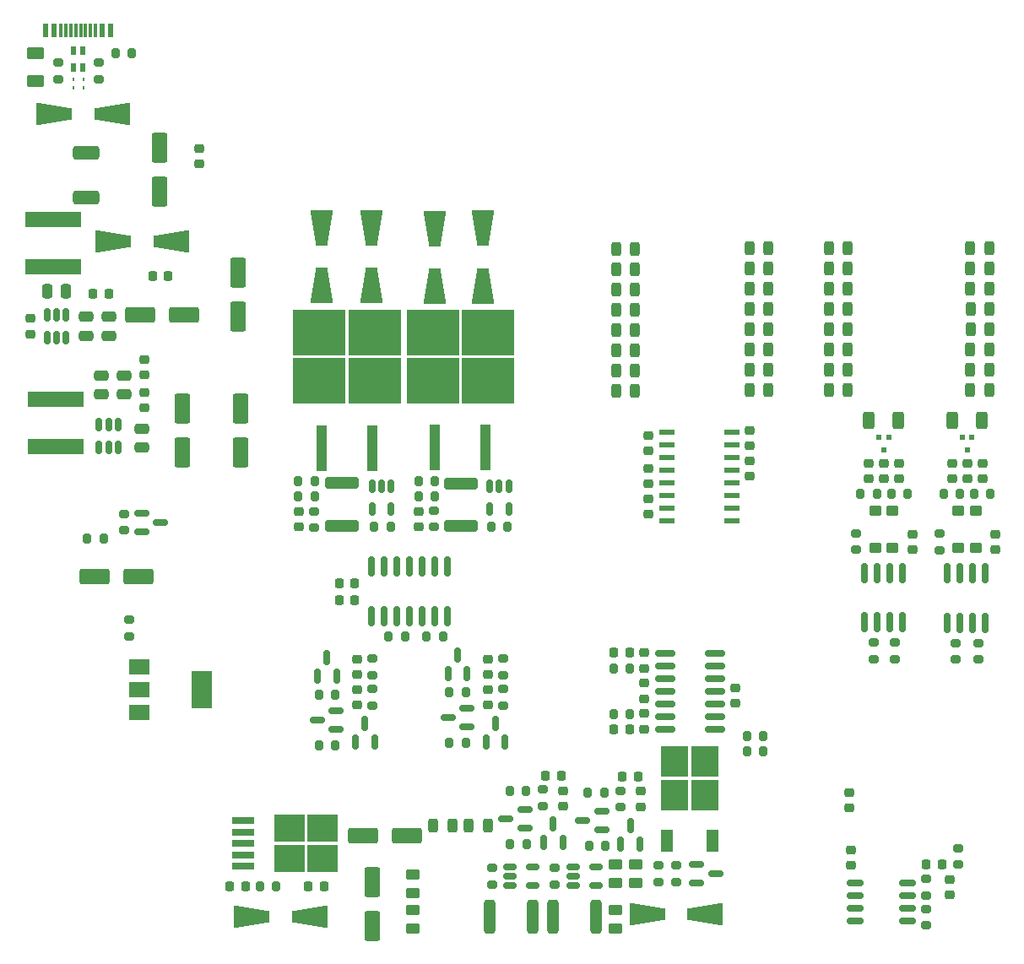
<source format=gbr>
%TF.GenerationSoftware,KiCad,Pcbnew,(6.0.5)*%
%TF.CreationDate,2022-06-26T15:42:30+08:00*%
%TF.ProjectId,lkt100a1,6c6b7431-3030-4613-912e-6b696361645f,rev?*%
%TF.SameCoordinates,Original*%
%TF.FileFunction,Paste,Top*%
%TF.FilePolarity,Positive*%
%FSLAX46Y46*%
G04 Gerber Fmt 4.6, Leading zero omitted, Abs format (unit mm)*
G04 Created by KiCad (PCBNEW (6.0.5)) date 2022-06-26 15:42:30*
%MOMM*%
%LPD*%
G01*
G04 APERTURE LIST*
G04 Aperture macros list*
%AMRoundRect*
0 Rectangle with rounded corners*
0 $1 Rounding radius*
0 $2 $3 $4 $5 $6 $7 $8 $9 X,Y pos of 4 corners*
0 Add a 4 corners polygon primitive as box body*
4,1,4,$2,$3,$4,$5,$6,$7,$8,$9,$2,$3,0*
0 Add four circle primitives for the rounded corners*
1,1,$1+$1,$2,$3*
1,1,$1+$1,$4,$5*
1,1,$1+$1,$6,$7*
1,1,$1+$1,$8,$9*
0 Add four rect primitives between the rounded corners*
20,1,$1+$1,$2,$3,$4,$5,0*
20,1,$1+$1,$4,$5,$6,$7,0*
20,1,$1+$1,$6,$7,$8,$9,0*
20,1,$1+$1,$8,$9,$2,$3,0*%
%AMOutline4P*
0 Free polygon, 4 corners , with rotation*
0 The origin of the aperture is its center*
0 number of corners: always 4*
0 $1 to $8 corner X, Y*
0 $9 Rotation angle, in degrees counterclockwise*
0 create outline with 4 corners*
4,1,4,$1,$2,$3,$4,$5,$6,$7,$8,$1,$2,$9*%
G04 Aperture macros list end*
%ADD10RoundRect,0.243750X-0.243750X-0.456250X0.243750X-0.456250X0.243750X0.456250X-0.243750X0.456250X0*%
%ADD11RoundRect,0.200000X-0.200000X-0.275000X0.200000X-0.275000X0.200000X0.275000X-0.200000X0.275000X0*%
%ADD12R,5.250000X4.550000*%
%ADD13R,1.100000X4.600000*%
%ADD14RoundRect,0.150000X0.587500X0.150000X-0.587500X0.150000X-0.587500X-0.150000X0.587500X-0.150000X0*%
%ADD15RoundRect,0.225000X0.250000X-0.225000X0.250000X0.225000X-0.250000X0.225000X-0.250000X-0.225000X0*%
%ADD16R,0.600000X1.450000*%
%ADD17R,0.300000X1.450000*%
%ADD18RoundRect,0.225000X-0.225000X-0.250000X0.225000X-0.250000X0.225000X0.250000X-0.225000X0.250000X0*%
%ADD19RoundRect,0.200000X-0.275000X0.200000X-0.275000X-0.200000X0.275000X-0.200000X0.275000X0.200000X0*%
%ADD20RoundRect,0.225000X-0.250000X0.225000X-0.250000X-0.225000X0.250000X-0.225000X0.250000X0.225000X0*%
%ADD21Outline4P,-1.800000X-1.150000X1.800000X-0.550000X1.800000X0.550000X-1.800000X1.150000X180.000000*%
%ADD22Outline4P,-1.800000X-1.150000X1.800000X-0.550000X1.800000X0.550000X-1.800000X1.150000X0.000000*%
%ADD23RoundRect,0.225000X0.225000X0.250000X-0.225000X0.250000X-0.225000X-0.250000X0.225000X-0.250000X0*%
%ADD24RoundRect,0.250000X-0.450000X0.262500X-0.450000X-0.262500X0.450000X-0.262500X0.450000X0.262500X0*%
%ADD25RoundRect,0.250000X0.475000X-0.250000X0.475000X0.250000X-0.475000X0.250000X-0.475000X-0.250000X0*%
%ADD26RoundRect,0.025500X-0.229500X-0.354500X0.229500X-0.354500X0.229500X0.354500X-0.229500X0.354500X0*%
%ADD27RoundRect,0.250000X1.450000X-0.312500X1.450000X0.312500X-1.450000X0.312500X-1.450000X-0.312500X0*%
%ADD28RoundRect,0.250000X-1.250000X-0.550000X1.250000X-0.550000X1.250000X0.550000X-1.250000X0.550000X0*%
%ADD29R,0.250000X0.360000*%
%ADD30RoundRect,0.150000X0.150000X-0.825000X0.150000X0.825000X-0.150000X0.825000X-0.150000X-0.825000X0*%
%ADD31RoundRect,0.250000X-0.550000X1.250000X-0.550000X-1.250000X0.550000X-1.250000X0.550000X1.250000X0*%
%ADD32RoundRect,0.200000X0.200000X0.275000X-0.200000X0.275000X-0.200000X-0.275000X0.200000X-0.275000X0*%
%ADD33RoundRect,0.150000X0.675000X0.150000X-0.675000X0.150000X-0.675000X-0.150000X0.675000X-0.150000X0*%
%ADD34RoundRect,0.200000X0.275000X-0.200000X0.275000X0.200000X-0.275000X0.200000X-0.275000X-0.200000X0*%
%ADD35RoundRect,0.250000X1.250000X0.550000X-1.250000X0.550000X-1.250000X-0.550000X1.250000X-0.550000X0*%
%ADD36RoundRect,0.243750X0.243750X0.456250X-0.243750X0.456250X-0.243750X-0.456250X0.243750X-0.456250X0*%
%ADD37RoundRect,0.250000X-0.312500X-1.450000X0.312500X-1.450000X0.312500X1.450000X-0.312500X1.450000X0*%
%ADD38RoundRect,0.250000X0.550000X-1.250000X0.550000X1.250000X-0.550000X1.250000X-0.550000X-1.250000X0*%
%ADD39RoundRect,0.150000X0.150000X-0.512500X0.150000X0.512500X-0.150000X0.512500X-0.150000X-0.512500X0*%
%ADD40RoundRect,0.150000X-0.512500X-0.150000X0.512500X-0.150000X0.512500X0.150000X-0.512500X0.150000X0*%
%ADD41RoundRect,0.250000X-1.075000X0.425000X-1.075000X-0.425000X1.075000X-0.425000X1.075000X0.425000X0*%
%ADD42R,0.500000X0.600000*%
%ADD43R,5.700000X1.600000*%
%ADD44RoundRect,0.150000X0.150000X-0.587500X0.150000X0.587500X-0.150000X0.587500X-0.150000X-0.587500X0*%
%ADD45RoundRect,0.050000X-0.525000X-0.450000X0.525000X-0.450000X0.525000X0.450000X-0.525000X0.450000X0*%
%ADD46Outline4P,-1.800000X-1.150000X1.800000X-0.550000X1.800000X0.550000X-1.800000X1.150000X90.000000*%
%ADD47Outline4P,-1.800000X-1.150000X1.800000X-0.550000X1.800000X0.550000X-1.800000X1.150000X270.000000*%
%ADD48RoundRect,0.250000X-0.312500X-0.625000X0.312500X-0.625000X0.312500X0.625000X-0.312500X0.625000X0*%
%ADD49RoundRect,0.250000X0.450000X-0.262500X0.450000X0.262500X-0.450000X0.262500X-0.450000X-0.262500X0*%
%ADD50R,2.000000X1.500000*%
%ADD51R,2.000000X3.800000*%
%ADD52R,3.050000X2.750000*%
%ADD53R,2.200000X0.800000*%
%ADD54R,2.750000X3.050000*%
%ADD55R,1.200000X2.200000*%
%ADD56RoundRect,0.150000X-0.587500X-0.150000X0.587500X-0.150000X0.587500X0.150000X-0.587500X0.150000X0*%
%ADD57RoundRect,0.250000X-0.625000X0.375000X-0.625000X-0.375000X0.625000X-0.375000X0.625000X0.375000X0*%
%ADD58RoundRect,0.150000X-0.150000X0.512500X-0.150000X-0.512500X0.150000X-0.512500X0.150000X0.512500X0*%
%ADD59RoundRect,0.250000X-0.250000X-0.475000X0.250000X-0.475000X0.250000X0.475000X-0.250000X0.475000X0*%
%ADD60RoundRect,0.150000X-0.825000X-0.150000X0.825000X-0.150000X0.825000X0.150000X-0.825000X0.150000X0*%
%ADD61RoundRect,0.137500X-0.662500X-0.137500X0.662500X-0.137500X0.662500X0.137500X-0.662500X0.137500X0*%
G04 APERTURE END LIST*
D10*
%TO.C,D43*%
X156034500Y-68834000D03*
X157909500Y-68834000D03*
%TD*%
D11*
%TO.C,R131*%
X67450200Y-93878400D03*
X69100200Y-93878400D03*
%TD*%
D12*
%TO.C,Q11*%
X96288000Y-78060500D03*
X90738000Y-78060500D03*
X96288000Y-73210500D03*
X90738000Y-73210500D03*
D13*
X90973000Y-84785500D03*
X96053000Y-84785500D03*
%TD*%
D14*
%TO.C,Q9*%
X111338500Y-122933000D03*
X111338500Y-121033000D03*
X109463500Y-121983000D03*
%TD*%
D10*
%TO.C,D35*%
X156034500Y-64770000D03*
X157909500Y-64770000D03*
%TD*%
%TO.C,D40*%
X120525300Y-77012800D03*
X122400300Y-77012800D03*
%TD*%
D15*
%TO.C,C72*%
X133908800Y-87643000D03*
X133908800Y-86093000D03*
%TD*%
D16*
%TO.C,J2*%
X69798000Y-42907000D03*
X68998000Y-42907000D03*
D17*
X67798000Y-42907000D03*
X66798000Y-42907000D03*
X66298000Y-42907000D03*
X65298000Y-42907000D03*
D16*
X64098000Y-42907000D03*
X63298000Y-42907000D03*
X63298000Y-42907000D03*
X64098000Y-42907000D03*
D17*
X64798000Y-42907000D03*
X65798000Y-42907000D03*
X67298000Y-42907000D03*
X68298000Y-42907000D03*
D16*
X68998000Y-42907000D03*
X69798000Y-42907000D03*
%TD*%
D18*
%TO.C,C8*%
X81775000Y-128778000D03*
X83325000Y-128778000D03*
%TD*%
D19*
%TO.C,R130*%
X71120000Y-91390800D03*
X71120000Y-93040800D03*
%TD*%
D11*
%TO.C,R35*%
X88624000Y-88154500D03*
X90274000Y-88154500D03*
%TD*%
D10*
%TO.C,D50*%
X141826000Y-72898000D03*
X143701000Y-72898000D03*
%TD*%
D20*
%TO.C,C68*%
X123748800Y-89916000D03*
X123748800Y-91466000D03*
%TD*%
D11*
%TO.C,R4*%
X90681000Y-114632500D03*
X92331000Y-114632500D03*
%TD*%
D21*
%TO.C,D3*%
X69956000Y-51308000D03*
D22*
X64156000Y-51308000D03*
%TD*%
D23*
%TO.C,C19*%
X121836607Y-105332809D03*
X120286607Y-105332809D03*
%TD*%
D15*
%TO.C,C15*%
X107635000Y-107546500D03*
X107635000Y-105996500D03*
%TD*%
%TO.C,C74*%
X148894800Y-87897000D03*
X148894800Y-86347000D03*
%TD*%
D10*
%TO.C,D36*%
X120525300Y-79044800D03*
X122400300Y-79044800D03*
%TD*%
D14*
%TO.C,Q7*%
X119047500Y-123124000D03*
X119047500Y-121224000D03*
X117172500Y-122174000D03*
%TD*%
D24*
%TO.C,R9*%
X100076000Y-131167500D03*
X100076000Y-132992500D03*
%TD*%
D14*
%TO.C,Q3*%
X105524500Y-112788500D03*
X105524500Y-110888500D03*
X103649500Y-111838500D03*
%TD*%
D25*
%TO.C,C25*%
X69621400Y-73533000D03*
X69621400Y-71633000D03*
%TD*%
D23*
%TO.C,C18*%
X121831400Y-112979200D03*
X120281400Y-112979200D03*
%TD*%
D26*
%TO.C,L1*%
X66113000Y-44958000D03*
X66113000Y-46628000D03*
X66983000Y-46628000D03*
X66983000Y-44958000D03*
%TD*%
D23*
%TO.C,C28*%
X114986000Y-117665000D03*
X113436000Y-117665000D03*
%TD*%
D27*
%TO.C,R42*%
X93005000Y-92578000D03*
X93005000Y-88303000D03*
%TD*%
D15*
%TO.C,C10*%
X107635000Y-110581500D03*
X107635000Y-109031500D03*
%TD*%
%TO.C,C9*%
X94554000Y-110581500D03*
X94554000Y-109031500D03*
%TD*%
D28*
%TO.C,C6*%
X95082000Y-123698000D03*
X99482000Y-123698000D03*
%TD*%
D29*
%TO.C,D5*%
X67056000Y-47840000D03*
X67056000Y-48680000D03*
%TD*%
D30*
%TO.C,U25*%
X153746200Y-102347800D03*
X155016200Y-102347800D03*
X156286200Y-102347800D03*
X157556200Y-102347800D03*
X157556200Y-97397800D03*
X156286200Y-97397800D03*
X155016200Y-97397800D03*
X153746200Y-97397800D03*
%TD*%
D31*
%TO.C,C39*%
X82550000Y-67228000D03*
X82550000Y-71628000D03*
%TD*%
D11*
%TO.C,R37*%
X100672000Y-88101000D03*
X102322000Y-88101000D03*
%TD*%
D20*
%TO.C,C7*%
X78714600Y-54737000D03*
X78714600Y-56287000D03*
%TD*%
D10*
%TO.C,D39*%
X156034500Y-66802000D03*
X157909500Y-66802000D03*
%TD*%
D15*
%TO.C,C73*%
X157226000Y-87897000D03*
X157226000Y-86347000D03*
%TD*%
D18*
%TO.C,C1*%
X92760000Y-100039000D03*
X94310000Y-100039000D03*
%TD*%
D32*
%TO.C,R21*%
X99313000Y-103722000D03*
X97663000Y-103722000D03*
%TD*%
D20*
%TO.C,C33*%
X88709000Y-91189500D03*
X88709000Y-92739500D03*
%TD*%
D33*
%TO.C,U23*%
X149691000Y-132257800D03*
X149691000Y-130987800D03*
X149691000Y-129717800D03*
X149691000Y-128447800D03*
X144441000Y-128447800D03*
X144441000Y-129717800D03*
X144441000Y-130987800D03*
X144441000Y-132257800D03*
%TD*%
D15*
%TO.C,C31*%
X115227000Y-120726000D03*
X115227000Y-119176000D03*
%TD*%
D11*
%TO.C,R27*%
X101473000Y-103722000D03*
X103123000Y-103722000D03*
%TD*%
D34*
%TO.C,R67*%
X151562800Y-129678700D03*
X151562800Y-128028700D03*
%TD*%
D32*
%TO.C,R25*%
X119316000Y-119380000D03*
X117666000Y-119380000D03*
%TD*%
D35*
%TO.C,C71*%
X72608800Y-97688400D03*
X68208800Y-97688400D03*
%TD*%
D10*
%TO.C,D57*%
X133858000Y-68834000D03*
X135733000Y-68834000D03*
%TD*%
D36*
%TO.C,D8*%
X104061500Y-122682000D03*
X102186500Y-122682000D03*
%TD*%
D19*
%TO.C,R29*%
X114300000Y-126937000D03*
X114300000Y-128587000D03*
%TD*%
D10*
%TO.C,D42*%
X141826000Y-68834000D03*
X143701000Y-68834000D03*
%TD*%
D14*
%TO.C,Q1*%
X92443500Y-113042500D03*
X92443500Y-111142500D03*
X90568500Y-112092500D03*
%TD*%
D32*
%TO.C,R17*%
X121881400Y-106883200D03*
X120231400Y-106883200D03*
%TD*%
D34*
%TO.C,R50*%
X126540000Y-128331000D03*
X126540000Y-126681000D03*
%TD*%
D25*
%TO.C,C24*%
X67335400Y-73533000D03*
X67335400Y-71633000D03*
%TD*%
D12*
%TO.C,Q12*%
X102111000Y-73193009D03*
X107661000Y-78043009D03*
X107661000Y-73193009D03*
X102111000Y-78043009D03*
D13*
X102346000Y-84768009D03*
X107426000Y-84768009D03*
%TD*%
D19*
%TO.C,R121*%
X152908000Y-93409000D03*
X152908000Y-95059000D03*
%TD*%
D21*
%TO.C,D15*%
X129440000Y-131570000D03*
D22*
X123640000Y-131570000D03*
%TD*%
D11*
%TO.C,R40*%
X117793000Y-124714000D03*
X119443000Y-124714000D03*
%TD*%
D32*
%TO.C,R26*%
X111480000Y-119189000D03*
X109830000Y-119189000D03*
%TD*%
D37*
%TO.C,R33*%
X114194500Y-131826000D03*
X118469500Y-131826000D03*
%TD*%
D38*
%TO.C,C17*%
X96012000Y-132756000D03*
X96012000Y-128356000D03*
%TD*%
D11*
%TO.C,R14*%
X103762000Y-109298500D03*
X105412000Y-109298500D03*
%TD*%
D39*
%TO.C,U5*%
X68646000Y-84703500D03*
X69596000Y-84703500D03*
X70546000Y-84703500D03*
X70546000Y-82428500D03*
X69596000Y-82428500D03*
X68646000Y-82428500D03*
%TD*%
D34*
%TO.C,R123*%
X148488400Y-105981000D03*
X148488400Y-104331000D03*
%TD*%
D15*
%TO.C,C14*%
X94554000Y-107533500D03*
X94554000Y-105983500D03*
%TD*%
D10*
%TO.C,D47*%
X156050000Y-70866000D03*
X157925000Y-70866000D03*
%TD*%
D35*
%TO.C,C35*%
X77130000Y-71460000D03*
X72730000Y-71460000D03*
%TD*%
D40*
%TO.C,U7*%
X116210500Y-126812000D03*
X116210500Y-127762000D03*
X116210500Y-128712000D03*
X118485500Y-128712000D03*
X118485500Y-126812000D03*
%TD*%
D10*
%TO.C,D7*%
X105742500Y-122682000D03*
X107617500Y-122682000D03*
%TD*%
D41*
%TO.C,F1*%
X67310000Y-55154000D03*
X67310000Y-59654000D03*
%TD*%
D11*
%TO.C,R13*%
X90681000Y-109552500D03*
X92331000Y-109552500D03*
%TD*%
D42*
%TO.C,D67*%
X147870800Y-83728800D03*
X146870800Y-83728800D03*
X147370800Y-85028800D03*
%TD*%
D43*
%TO.C,L3*%
X64262000Y-79946000D03*
X64262000Y-84646000D03*
%TD*%
D44*
%TO.C,Q8*%
X120970000Y-124508500D03*
X122870000Y-124508500D03*
X121920000Y-122633500D03*
%TD*%
D29*
%TO.C,D4*%
X66040000Y-47840000D03*
X66040000Y-48680000D03*
%TD*%
D34*
%TO.C,R15*%
X108077000Y-128587000D03*
X108077000Y-126937000D03*
%TD*%
D20*
%TO.C,C13*%
X61747400Y-71821000D03*
X61747400Y-73371000D03*
%TD*%
D10*
%TO.C,D58*%
X141826000Y-76962000D03*
X143701000Y-76962000D03*
%TD*%
D15*
%TO.C,C36*%
X73152000Y-77483000D03*
X73152000Y-75933000D03*
%TD*%
D44*
%TO.C,Q5*%
X90556000Y-107696000D03*
X92456000Y-107696000D03*
X91506000Y-105821000D03*
%TD*%
%TO.C,Q4*%
X107447000Y-114300000D03*
X109347000Y-114300000D03*
X108397000Y-112425000D03*
%TD*%
D15*
%TO.C,C70*%
X145846800Y-87897000D03*
X145846800Y-86347000D03*
%TD*%
D11*
%TO.C,R41*%
X109893000Y-124523000D03*
X111543000Y-124523000D03*
%TD*%
D27*
%TO.C,R43*%
X104965000Y-92651500D03*
X104965000Y-88376500D03*
%TD*%
D25*
%TO.C,C29*%
X71120000Y-79436000D03*
X71120000Y-77536000D03*
%TD*%
D32*
%TO.C,R127*%
X158051000Y-89408000D03*
X156401000Y-89408000D03*
%TD*%
D38*
%TO.C,C5*%
X74676000Y-59096000D03*
X74676000Y-54696000D03*
%TD*%
D10*
%TO.C,D41*%
X133858000Y-76962000D03*
X135733000Y-76962000D03*
%TD*%
D15*
%TO.C,C55*%
X144018000Y-126657400D03*
X144018000Y-125107400D03*
%TD*%
D45*
%TO.C,L5*%
X154837000Y-91124000D03*
X154837000Y-94804000D03*
X156567000Y-94804000D03*
X156567000Y-91124000D03*
%TD*%
D10*
%TO.C,D52*%
X120525300Y-70916800D03*
X122400300Y-70916800D03*
%TD*%
D46*
%TO.C,D11*%
X90995000Y-68522000D03*
D47*
X90995000Y-62722000D03*
%TD*%
D30*
%TO.C,U1*%
X95949000Y-101649000D03*
X97219000Y-101649000D03*
X98489000Y-101649000D03*
X99759000Y-101649000D03*
X101029000Y-101649000D03*
X102299000Y-101649000D03*
X103569000Y-101649000D03*
X103569000Y-96699000D03*
X102299000Y-96699000D03*
X101029000Y-96699000D03*
X99759000Y-96699000D03*
X98489000Y-96699000D03*
X97219000Y-96699000D03*
X95949000Y-96699000D03*
%TD*%
D24*
%TO.C,R44*%
X120444000Y-126595500D03*
X120444000Y-128420500D03*
%TD*%
D15*
%TO.C,C4*%
X132419600Y-110425809D03*
X132419600Y-108875809D03*
%TD*%
D48*
%TO.C,R133*%
X145857500Y-82042000D03*
X148782500Y-82042000D03*
%TD*%
D21*
%TO.C,D6*%
X89768000Y-131826000D03*
D22*
X83968000Y-131826000D03*
%TD*%
D11*
%TO.C,R5*%
X103762000Y-114378500D03*
X105412000Y-114378500D03*
%TD*%
D10*
%TO.C,D38*%
X141826000Y-66802000D03*
X143701000Y-66802000D03*
%TD*%
%TO.C,D60*%
X120525300Y-66852800D03*
X122400300Y-66852800D03*
%TD*%
%TO.C,D65*%
X133858000Y-64770000D03*
X135733000Y-64770000D03*
%TD*%
D49*
%TO.C,R48*%
X122476000Y-128418500D03*
X122476000Y-126593500D03*
%TD*%
D20*
%TO.C,C67*%
X133908800Y-83058000D03*
X133908800Y-84608000D03*
%TD*%
D11*
%TO.C,R36*%
X100672000Y-89625000D03*
X102322000Y-89625000D03*
%TD*%
D25*
%TO.C,C11*%
X72898000Y-84770000D03*
X72898000Y-82870000D03*
%TD*%
D34*
%TO.C,R31*%
X113195000Y-120713000D03*
X113195000Y-119063000D03*
%TD*%
D32*
%TO.C,R1*%
X71945000Y-45212000D03*
X70295000Y-45212000D03*
%TD*%
D37*
%TO.C,R20*%
X107844500Y-131826000D03*
X112119500Y-131826000D03*
%TD*%
D10*
%TO.C,D64*%
X120525300Y-64820800D03*
X122400300Y-64820800D03*
%TD*%
D11*
%TO.C,R125*%
X153353000Y-89408000D03*
X155003000Y-89408000D03*
%TD*%
D15*
%TO.C,C69*%
X154178000Y-87897000D03*
X154178000Y-86347000D03*
%TD*%
D46*
%TO.C,D12*%
X107121200Y-68558009D03*
D47*
X107121200Y-62758009D03*
%TD*%
D32*
%TO.C,R16*%
X121881400Y-111455200D03*
X120231400Y-111455200D03*
%TD*%
D23*
%TO.C,C27*%
X122695000Y-117729000D03*
X121145000Y-117729000D03*
%TD*%
D15*
%TO.C,C63*%
X150215600Y-95009000D03*
X150215600Y-93459000D03*
%TD*%
D10*
%TO.C,D46*%
X141826000Y-70866000D03*
X143701000Y-70866000D03*
%TD*%
D11*
%TO.C,R47*%
X107950000Y-92673000D03*
X109600000Y-92673000D03*
%TD*%
D32*
%TO.C,R128*%
X149770600Y-89357200D03*
X148120600Y-89357200D03*
%TD*%
D10*
%TO.C,D51*%
X156050000Y-72898000D03*
X157925000Y-72898000D03*
%TD*%
D11*
%TO.C,R34*%
X88624000Y-89678500D03*
X90274000Y-89678500D03*
%TD*%
D50*
%TO.C,U12*%
X72643600Y-106767600D03*
X72643600Y-109067600D03*
D51*
X78943600Y-109067600D03*
D50*
X72643600Y-111367600D03*
%TD*%
D30*
%TO.C,U26*%
X145415000Y-102297000D03*
X146685000Y-102297000D03*
X147955000Y-102297000D03*
X149225000Y-102297000D03*
X149225000Y-97347000D03*
X147955000Y-97347000D03*
X146685000Y-97347000D03*
X145415000Y-97347000D03*
%TD*%
D34*
%TO.C,R66*%
X151562800Y-132675900D03*
X151562800Y-131025900D03*
%TD*%
%TO.C,R119*%
X154533600Y-106031800D03*
X154533600Y-104381800D03*
%TD*%
D46*
%TO.C,D13*%
X95948000Y-68522000D03*
D47*
X95948000Y-62722000D03*
%TD*%
D44*
%TO.C,Q2*%
X94366000Y-114300000D03*
X96266000Y-114300000D03*
X95316000Y-112425000D03*
%TD*%
D23*
%TO.C,C56*%
X153175000Y-126593600D03*
X151625000Y-126593600D03*
%TD*%
D34*
%TO.C,R129*%
X71628000Y-103695000D03*
X71628000Y-102045000D03*
%TD*%
D25*
%TO.C,C26*%
X68834000Y-79436000D03*
X68834000Y-77536000D03*
%TD*%
D19*
%TO.C,R2*%
X68580000Y-46165000D03*
X68580000Y-47815000D03*
%TD*%
D44*
%TO.C,Q6*%
X103637000Y-107442000D03*
X105537000Y-107442000D03*
X104587000Y-105567000D03*
%TD*%
D15*
%TO.C,C21*%
X123342400Y-112992200D03*
X123342400Y-111442200D03*
%TD*%
%TO.C,C30*%
X122936000Y-120790000D03*
X122936000Y-119240000D03*
%TD*%
D20*
%TO.C,C22*%
X123342400Y-105346200D03*
X123342400Y-106896200D03*
%TD*%
D34*
%TO.C,R7*%
X96078000Y-110631500D03*
X96078000Y-108981500D03*
%TD*%
%TO.C,R8*%
X109159000Y-110631500D03*
X109159000Y-108981500D03*
%TD*%
D19*
%TO.C,R3*%
X64516000Y-46165000D03*
X64516000Y-47815000D03*
%TD*%
D34*
%TO.C,R49*%
X124762000Y-128331000D03*
X124762000Y-126681000D03*
%TD*%
D23*
%TO.C,C20*%
X69609000Y-69342000D03*
X68059000Y-69342000D03*
%TD*%
D20*
%TO.C,C12*%
X73152000Y-79235000D03*
X73152000Y-80785000D03*
%TD*%
D34*
%TO.C,R11*%
X96078000Y-107583500D03*
X96078000Y-105933500D03*
%TD*%
D15*
%TO.C,C62*%
X158496000Y-95009000D03*
X158496000Y-93459000D03*
%TD*%
D19*
%TO.C,R39*%
X102259000Y-91086000D03*
X102259000Y-92736000D03*
%TD*%
D52*
%TO.C,U3*%
X87733000Y-122935000D03*
X87733000Y-125985000D03*
X91083000Y-122935000D03*
X91083000Y-125985000D03*
D53*
X83108000Y-122180000D03*
X83108000Y-123320000D03*
X83108000Y-124460000D03*
X83108000Y-125600000D03*
X83108000Y-126740000D03*
%TD*%
D32*
%TO.C,R68*%
X135292600Y-113689409D03*
X133642600Y-113689409D03*
%TD*%
D18*
%TO.C,C16*%
X89636000Y-128778000D03*
X91186000Y-128778000D03*
%TD*%
D10*
%TO.C,D49*%
X133858000Y-72898000D03*
X135733000Y-72898000D03*
%TD*%
D54*
%TO.C,Q13*%
X126364000Y-116240000D03*
X129414000Y-116240000D03*
X126364000Y-119590000D03*
X129414000Y-119590000D03*
D55*
X125609000Y-124215000D03*
X130169000Y-124215000D03*
%TD*%
D19*
%TO.C,R38*%
X90211000Y-91139500D03*
X90211000Y-92789500D03*
%TD*%
D56*
%TO.C,Q15*%
X72925700Y-91316600D03*
X72925700Y-93216600D03*
X74800700Y-92266600D03*
%TD*%
D34*
%TO.C,R120*%
X156870400Y-106031800D03*
X156870400Y-104381800D03*
%TD*%
D57*
%TO.C,F2*%
X62230000Y-45206000D03*
X62230000Y-48006000D03*
%TD*%
D15*
%TO.C,C65*%
X147370800Y-87910000D03*
X147370800Y-86360000D03*
%TD*%
D10*
%TO.C,D55*%
X156034500Y-74930000D03*
X157909500Y-74930000D03*
%TD*%
D18*
%TO.C,C37*%
X74028000Y-67564000D03*
X75578000Y-67564000D03*
%TD*%
D46*
%TO.C,D14*%
X102298000Y-68583409D03*
D47*
X102298000Y-62783409D03*
%TD*%
D10*
%TO.C,D53*%
X133858000Y-70866000D03*
X135733000Y-70866000D03*
%TD*%
D15*
%TO.C,C61*%
X123748798Y-85116000D03*
X123748798Y-83566000D03*
%TD*%
D10*
%TO.C,D45*%
X133858000Y-74930000D03*
X135733000Y-74930000D03*
%TD*%
D43*
%TO.C,L4*%
X64008000Y-66612000D03*
X64008000Y-61912000D03*
%TD*%
D40*
%TO.C,U6*%
X109860500Y-126812000D03*
X109860500Y-127762000D03*
X109860500Y-128712000D03*
X112135500Y-128712000D03*
X112135500Y-126812000D03*
%TD*%
D15*
%TO.C,C60*%
X143916400Y-120916009D03*
X143916400Y-119366009D03*
%TD*%
%TO.C,C54*%
X153958800Y-129628209D03*
X153958800Y-128078209D03*
%TD*%
D20*
%TO.C,C66*%
X123748798Y-86868000D03*
X123748798Y-88418000D03*
%TD*%
D58*
%TO.C,U11*%
X109725000Y-88662500D03*
X108775000Y-88662500D03*
X107825000Y-88662500D03*
X107825000Y-90937500D03*
X109725000Y-90937500D03*
%TD*%
D10*
%TO.C,D62*%
X141826000Y-78994000D03*
X143701000Y-78994000D03*
%TD*%
%TO.C,D59*%
X156034500Y-76962000D03*
X157909500Y-76962000D03*
%TD*%
D34*
%TO.C,R12*%
X109159000Y-107583500D03*
X109159000Y-105933500D03*
%TD*%
D11*
%TO.C,R126*%
X145021800Y-89408000D03*
X146671800Y-89408000D03*
%TD*%
D10*
%TO.C,D56*%
X120525300Y-68884800D03*
X122400300Y-68884800D03*
%TD*%
D59*
%TO.C,C23*%
X63439000Y-69088000D03*
X65339000Y-69088000D03*
%TD*%
D34*
%TO.C,R122*%
X146304000Y-105981000D03*
X146304000Y-104331000D03*
%TD*%
D31*
%TO.C,C32*%
X76962000Y-80845000D03*
X76962000Y-85245000D03*
%TD*%
D15*
%TO.C,C3*%
X123342400Y-109944200D03*
X123342400Y-108394200D03*
%TD*%
D19*
%TO.C,R118*%
X154822400Y-124929409D03*
X154822400Y-126579409D03*
%TD*%
D48*
%TO.C,R132*%
X154239500Y-82042000D03*
X157164500Y-82042000D03*
%TD*%
D20*
%TO.C,C34*%
X100735000Y-91136000D03*
X100735000Y-92686000D03*
%TD*%
D10*
%TO.C,D37*%
X133858000Y-78994000D03*
X135733000Y-78994000D03*
%TD*%
D44*
%TO.C,Q10*%
X113261000Y-124366000D03*
X115161000Y-124366000D03*
X114211000Y-122491000D03*
%TD*%
D10*
%TO.C,D63*%
X156034500Y-78994000D03*
X157909500Y-78994000D03*
%TD*%
D42*
%TO.C,D66*%
X156202000Y-83728800D03*
X155202000Y-83728800D03*
X155702000Y-85028800D03*
%TD*%
D11*
%TO.C,R46*%
X96244000Y-92726500D03*
X97894000Y-92726500D03*
%TD*%
D10*
%TO.C,D44*%
X120525300Y-74980800D03*
X122400300Y-74980800D03*
%TD*%
D24*
%TO.C,R45*%
X120444000Y-131167500D03*
X120444000Y-132992500D03*
%TD*%
D18*
%TO.C,C2*%
X92760000Y-98388000D03*
X94310000Y-98388000D03*
%TD*%
D11*
%TO.C,R6*%
X84773000Y-128778000D03*
X86423000Y-128778000D03*
%TD*%
D58*
%TO.C,U10*%
X97953000Y-88662500D03*
X97003000Y-88662500D03*
X96053000Y-88662500D03*
X96053000Y-90937500D03*
X97953000Y-90937500D03*
%TD*%
D15*
%TO.C,C64*%
X155702000Y-87910000D03*
X155702000Y-86360000D03*
%TD*%
D10*
%TO.C,D34*%
X141826000Y-64770000D03*
X143701000Y-64770000D03*
%TD*%
D39*
%TO.C,U4*%
X63439000Y-73756100D03*
X64389000Y-73756100D03*
X65339000Y-73756100D03*
X65339000Y-71481100D03*
X64389000Y-71481100D03*
X63439000Y-71481100D03*
%TD*%
D10*
%TO.C,D54*%
X141826000Y-74930000D03*
X143701000Y-74930000D03*
%TD*%
D45*
%TO.C,L6*%
X146505800Y-91124000D03*
X146505800Y-94804000D03*
X148235800Y-94804000D03*
X148235800Y-91124000D03*
%TD*%
D60*
%TO.C,U2*%
X125439400Y-105359200D03*
X125439400Y-106629200D03*
X125439400Y-107899200D03*
X125439400Y-109169200D03*
X125439400Y-110439200D03*
X125439400Y-111709200D03*
X125439400Y-112979200D03*
X130389400Y-112979200D03*
X130389400Y-111709200D03*
X130389400Y-110439200D03*
X130389400Y-109169200D03*
X130389400Y-107899200D03*
X130389400Y-106629200D03*
X130389400Y-105359200D03*
%TD*%
D19*
%TO.C,R124*%
X144576800Y-93358200D03*
X144576800Y-95008200D03*
%TD*%
D10*
%TO.C,D48*%
X120525300Y-72948800D03*
X122400300Y-72948800D03*
%TD*%
D34*
%TO.C,R30*%
X120904000Y-120840000D03*
X120904000Y-119190000D03*
%TD*%
D21*
%TO.C,D1*%
X75883600Y-64057809D03*
D22*
X70083600Y-64057809D03*
%TD*%
D61*
%TO.C,U27*%
X125578798Y-83198000D03*
X125578798Y-84468000D03*
X125578798Y-85738000D03*
X125578798Y-87008000D03*
X125578798Y-88278000D03*
X125578798Y-89548000D03*
X125578798Y-90818000D03*
X125578798Y-92088000D03*
X132078798Y-92088000D03*
X132078798Y-90818000D03*
X132078798Y-89548000D03*
X132078798Y-88278000D03*
X132078798Y-87008000D03*
X132078798Y-85738000D03*
X132078798Y-84468000D03*
X132078798Y-83198000D03*
%TD*%
D32*
%TO.C,R65*%
X135292600Y-115213409D03*
X133642600Y-115213409D03*
%TD*%
D24*
%TO.C,R10*%
X100076000Y-127611500D03*
X100076000Y-129436500D03*
%TD*%
D31*
%TO.C,C38*%
X82804000Y-80845000D03*
X82804000Y-85245000D03*
%TD*%
D10*
%TO.C,D61*%
X133858000Y-66802000D03*
X135733000Y-66802000D03*
%TD*%
D56*
%TO.C,Q14*%
X128602500Y-126558000D03*
X128602500Y-128458000D03*
X130477500Y-127508000D03*
%TD*%
M02*

</source>
